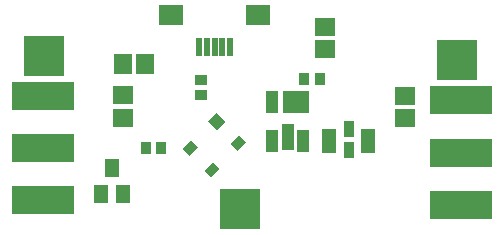
<source format=gts>
G75*
%MOIN*%
%OFA0B0*%
%FSLAX25Y25*%
%IPPOS*%
%LPD*%
%AMOC8*
5,1,8,0,0,1.08239X$1,22.5*
%
%ADD10R,0.03556X0.04343*%
%ADD11R,0.04343X0.03556*%
%ADD12R,0.04737X0.06312*%
%ADD13R,0.03202X0.05702*%
%ADD14R,0.04894X0.07887*%
%ADD15R,0.05918X0.06706*%
%ADD16R,0.06706X0.05918*%
%ADD17R,0.07874X0.06693*%
%ADD18R,0.02375X0.06312*%
%ADD19R,0.03910X0.07414*%
%ADD20R,0.08910X0.07414*%
%ADD21R,0.03910X0.09107*%
%ADD22R,0.03162X0.03950*%
%ADD23R,0.03950X0.04343*%
%ADD24R,0.20800X0.09800*%
%ADD25R,0.13461X0.13461*%
D10*
X0082798Y0038491D03*
X0087916Y0038491D03*
X0135672Y0061522D03*
X0140790Y0061522D03*
D11*
X0101144Y0061129D03*
X0101144Y0056010D03*
D12*
X0071498Y0031837D03*
X0067758Y0023176D03*
X0075239Y0023176D03*
D13*
X0150435Y0037605D03*
X0150435Y0044810D03*
D14*
X0144018Y0040853D03*
X0156853Y0040853D03*
D15*
X0082561Y0066562D03*
X0075081Y0066562D03*
D16*
X0075160Y0055932D03*
X0075160Y0048451D03*
X0142483Y0071325D03*
X0142483Y0078806D03*
X0169057Y0055814D03*
X0169057Y0048333D03*
D17*
X0120294Y0082625D03*
X0091286Y0082625D03*
D18*
X0100672Y0071995D03*
X0103231Y0071995D03*
X0105790Y0071995D03*
X0108349Y0071995D03*
X0110908Y0071995D03*
D19*
X0125002Y0053609D03*
X0125002Y0040617D03*
X0135239Y0040617D03*
D20*
X0132876Y0053609D03*
D21*
X0130120Y0042231D03*
D22*
G36*
X0113428Y0037560D02*
X0111192Y0039796D01*
X0113984Y0042588D01*
X0116220Y0040352D01*
X0113428Y0037560D01*
G37*
G36*
X0097837Y0040918D02*
X0100073Y0038682D01*
X0097281Y0035890D01*
X0095045Y0038126D01*
X0097837Y0040918D01*
G37*
G36*
X0104519Y0028652D02*
X0102283Y0030888D01*
X0105075Y0033680D01*
X0107311Y0031444D01*
X0104519Y0028652D01*
G37*
D23*
G36*
X0103536Y0047450D02*
X0106329Y0050243D01*
X0109398Y0047174D01*
X0106605Y0044381D01*
X0103536Y0047450D01*
G37*
D24*
X0048606Y0020933D03*
X0048606Y0038333D03*
X0048606Y0055733D03*
X0187934Y0054277D03*
X0187934Y0036877D03*
X0187934Y0019477D03*
D25*
X0114136Y0018018D03*
X0186577Y0067625D03*
X0048782Y0069199D03*
M02*

</source>
